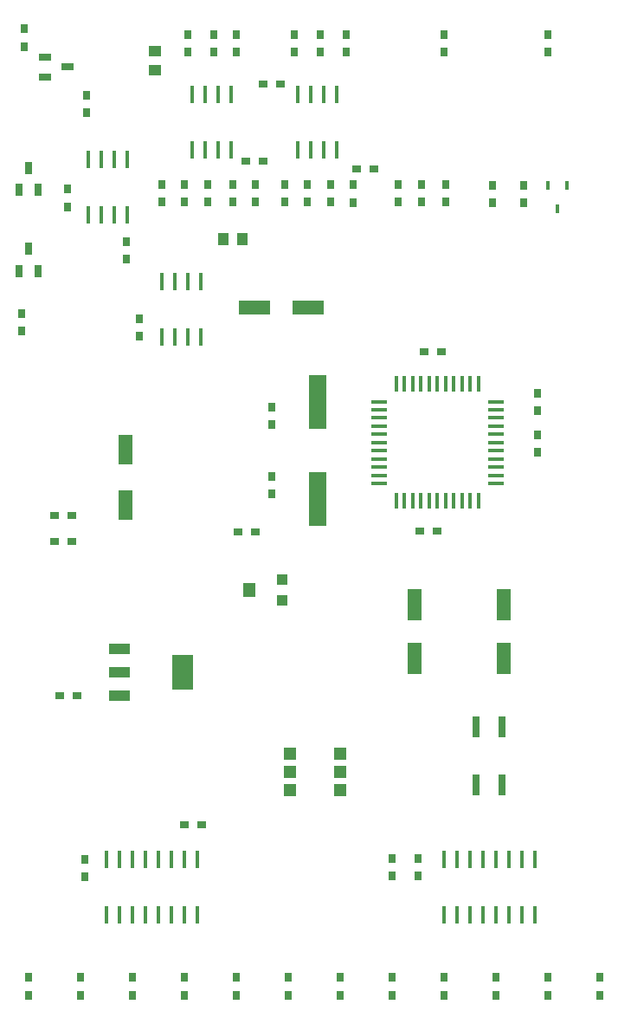
<source format=gtp>
G04 DipTrace 4.0.0.0*
G04 uTest_p02.GTP*
%MOIN*%
G04 #@! TF.FileFunction,Paste,Top*
G04 #@! TF.Part,Single*
%ADD69R,0.011685X0.062866*%
%ADD71R,0.062866X0.011685*%
%ADD77R,0.07074X0.208535*%
%ADD79R,0.047118X0.03137*%
%ADD81R,0.051055X0.051055*%
%ADD87R,0.078614X0.133732*%
%ADD89R,0.079992X0.039992*%
%ADD91R,0.015622X0.07074*%
%ADD93R,0.017591X0.033339*%
%ADD99R,0.03137X0.047118*%
%ADD101R,0.03137X0.078614*%
%ADD103R,0.056961X0.121921*%
%ADD105R,0.121921X0.056961*%
%ADD107R,0.051055X0.043181*%
%ADD109R,0.056961X0.116016*%
%ADD111R,0.043181X0.051055*%
%ADD113R,0.03137X0.035307*%
%ADD115R,0.035307X0.03137*%
%ADD117R,0.051055X0.054992*%
%ADD119R,0.039244X0.039244*%
%FSLAX26Y26*%
G04*
G70*
G90*
G75*
G01*
G04 TopPaste*
%LPD*%
D119*
X1463661Y2379249D3*
D117*
X1336890Y2418619D3*
D119*
X1463622Y2457990D3*
D115*
X2058485Y2646517D3*
X1991556D3*
D113*
X704041Y1384114D3*
Y1317185D3*
X2392085Y3975710D3*
Y3908781D3*
D115*
X672852Y2012269D3*
X605922D3*
X1390471Y4364807D3*
X1457400D3*
D111*
X1236039Y3769461D3*
X1310842D3*
D113*
X1648334Y3980139D3*
Y3913210D3*
X1510834Y4490032D3*
Y4556961D3*
D109*
X859834Y2747482D3*
Y2960080D3*
D113*
X913630Y3395181D3*
Y3462110D3*
X2447212Y2948251D3*
Y3015180D3*
D115*
X1360834Y2644461D3*
X1293905D3*
D113*
X1423334Y3056978D3*
Y3123907D3*
Y2857026D3*
Y2790097D3*
D115*
X1085105Y1516231D3*
X1152034D3*
X2075854Y3337235D3*
X2008925D3*
D113*
X1885834Y1319461D3*
Y1386390D3*
X2445058Y3109976D3*
Y3176906D3*
D115*
X1749908Y4039301D3*
X1816837D3*
X585834Y2606961D3*
X652764D3*
D113*
X1985834Y1319461D3*
Y1386390D3*
X1177370Y3913210D3*
Y3980139D3*
D115*
X1323334Y4069461D3*
X1390264D3*
D107*
X973334Y4494461D3*
Y4419658D3*
D113*
X1085834Y3913210D3*
Y3980139D3*
D105*
X1357653Y3505882D3*
X1562378D3*
D103*
X2317085Y2156961D3*
Y2361685D3*
X1973334D3*
Y2156961D3*
D101*
X2310834Y1894461D3*
X2210834D3*
Y1669658D3*
X2310834D3*
D99*
X485834Y3733083D3*
X523236Y3646469D3*
X448433D3*
X485834Y4044461D3*
X523236Y3957847D3*
X448433D3*
D93*
X2560834Y3975711D3*
X2486031D3*
X2523433Y3885160D3*
D91*
X998088Y3394461D3*
X1048088D3*
X1098088D3*
X1148088D3*
Y3607059D3*
X1098088D3*
X1048088D3*
X998088D3*
X785834Y1169461D3*
X835834D3*
X885834D3*
X935834D3*
X985834D3*
X1035834D3*
X1085834D3*
X1135834D3*
Y1382059D3*
X1085834D3*
X1035834D3*
X985834D3*
X935834D3*
X885834D3*
X835834D3*
X785834D3*
X2085834Y1169461D3*
X2135834D3*
X2185834D3*
X2235834D3*
X2285834D3*
X2335834D3*
X2385834D3*
X2435834D3*
Y1382059D3*
X2385834D3*
X2335834D3*
X2285834D3*
X2235834D3*
X2185834D3*
X2135834D3*
X2085834D3*
X1267134Y4325760D3*
X1217134D3*
X1167134D3*
X1117134D3*
Y4113161D3*
X1167134D3*
X1217134D3*
X1267134D3*
D89*
X835833Y2194461D3*
Y2103476D3*
Y2012492D3*
D87*
X1079850Y2103476D3*
D91*
X867134Y4075760D3*
X817134D3*
X767134D3*
X717134D3*
Y3863161D3*
X767134D3*
X817134D3*
X867134D3*
D81*
X1685834Y1650711D3*
Y1719461D3*
Y1788211D3*
X1492084Y1650711D3*
Y1719461D3*
Y1788211D3*
D79*
X549220Y4469264D3*
X635834Y4431862D3*
X549220Y4394461D3*
D77*
X1598334Y3144511D3*
Y2770495D3*
D113*
X2273334Y3975711D3*
Y3908782D3*
X635834Y3894461D3*
Y3961390D3*
X863680Y3693493D3*
Y3760423D3*
X2092084Y3913210D3*
Y3980139D3*
X1998334Y3913210D3*
Y3980139D3*
X1473334Y3913210D3*
Y3980139D3*
X1910834Y3913210D3*
Y3980139D3*
X460834Y3481961D3*
Y3415032D3*
X1560834Y3980139D3*
Y3913210D3*
X1610834Y4490032D3*
Y4556961D3*
X708627Y4323182D3*
Y4256253D3*
X469299Y4577925D3*
Y4510996D3*
X2485834Y927925D3*
Y860996D3*
X2085834Y927925D3*
Y860996D3*
X1685834Y927925D3*
Y860996D3*
X1285834Y927925D3*
Y860996D3*
X885834Y927925D3*
Y860996D3*
X485834Y927925D3*
Y860996D3*
X2485834Y4490032D3*
Y4556961D3*
D115*
X585834Y2706961D3*
X652764D3*
D113*
X2085834Y4490032D3*
Y4556961D3*
X1273334Y3913210D3*
Y3980139D3*
X1098334Y4556961D3*
Y4490032D3*
X1285834Y4556961D3*
Y4490032D3*
X998334Y3980139D3*
Y3913210D3*
X1198334Y4490032D3*
Y4556961D3*
X1360834Y3913210D3*
Y3980139D3*
X1710834Y4490032D3*
Y4556961D3*
X1735834Y3977925D3*
Y3910996D3*
X685834Y927925D3*
Y860996D3*
X1085834Y927925D3*
Y860996D3*
X1485834Y927925D3*
Y860996D3*
X1885834Y927925D3*
Y860996D3*
X2285834Y927925D3*
Y860996D3*
X2685834Y927925D3*
Y860996D3*
D71*
X1835834Y3144461D3*
Y3112965D3*
Y3081469D3*
Y3049972D3*
Y3018476D3*
Y2986980D3*
Y2955484D3*
Y2923988D3*
Y2892492D3*
Y2860996D3*
Y2829500D3*
D69*
X1902764Y2762571D3*
X1934260D3*
X1965756D3*
X1997252D3*
X2028748D3*
X2060244D3*
X2091740D3*
X2123236D3*
X2154732D3*
X2186228D3*
X2217724D3*
D71*
X2284653Y2829500D3*
Y2860996D3*
Y2892492D3*
Y2923988D3*
Y2955484D3*
Y2986980D3*
Y3018476D3*
Y3049972D3*
Y3081469D3*
Y3112965D3*
Y3144461D3*
D69*
X2217724Y3211390D3*
X2186228D3*
X2154732D3*
X2123236D3*
X2091740D3*
X2060244D3*
X2028748D3*
X1997252D3*
X1965756D3*
X1934260D3*
X1902764D3*
D91*
X1672972Y4325760D3*
X1622972D3*
X1572972D3*
X1522972D3*
Y4113161D3*
X1572972D3*
X1622972D3*
X1672972D3*
M02*

</source>
